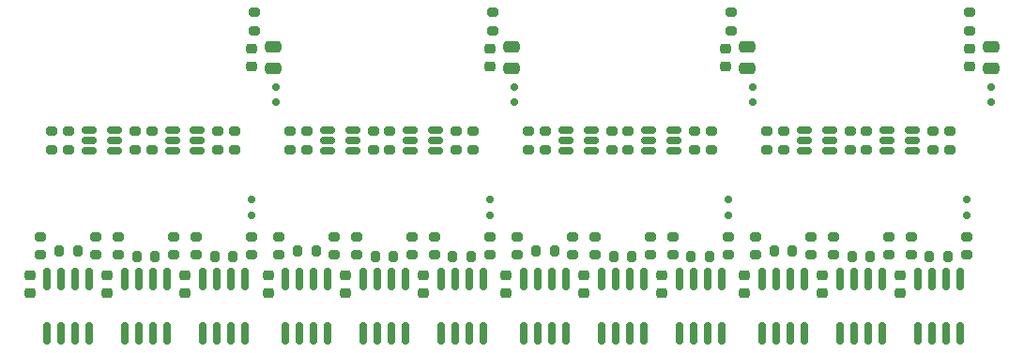
<source format=gtp>
G04 #@! TF.GenerationSoftware,KiCad,Pcbnew,8.0.5*
G04 #@! TF.CreationDate,2024-09-25T12:15:44+03:00*
G04 #@! TF.ProjectId,rioctrl-quadenc4,72696f63-7472-46c2-9d71-756164656e63,rev?*
G04 #@! TF.SameCoordinates,Original*
G04 #@! TF.FileFunction,Paste,Top*
G04 #@! TF.FilePolarity,Positive*
%FSLAX46Y46*%
G04 Gerber Fmt 4.6, Leading zero omitted, Abs format (unit mm)*
G04 Created by KiCad (PCBNEW 8.0.5) date 2024-09-25 12:15:44*
%MOMM*%
%LPD*%
G01*
G04 APERTURE LIST*
G04 Aperture macros list*
%AMRoundRect*
0 Rectangle with rounded corners*
0 $1 Rounding radius*
0 $2 $3 $4 $5 $6 $7 $8 $9 X,Y pos of 4 corners*
0 Add a 4 corners polygon primitive as box body*
4,1,4,$2,$3,$4,$5,$6,$7,$8,$9,$2,$3,0*
0 Add four circle primitives for the rounded corners*
1,1,$1+$1,$2,$3*
1,1,$1+$1,$4,$5*
1,1,$1+$1,$6,$7*
1,1,$1+$1,$8,$9*
0 Add four rect primitives between the rounded corners*
20,1,$1+$1,$2,$3,$4,$5,0*
20,1,$1+$1,$4,$5,$6,$7,0*
20,1,$1+$1,$6,$7,$8,$9,0*
20,1,$1+$1,$8,$9,$2,$3,0*%
G04 Aperture macros list end*
%ADD10RoundRect,0.225000X-0.250000X0.225000X-0.250000X-0.225000X0.250000X-0.225000X0.250000X0.225000X0*%
%ADD11RoundRect,0.200000X0.275000X-0.200000X0.275000X0.200000X-0.275000X0.200000X-0.275000X-0.200000X0*%
%ADD12RoundRect,0.200000X0.200000X0.275000X-0.200000X0.275000X-0.200000X-0.275000X0.200000X-0.275000X0*%
%ADD13RoundRect,0.150000X-0.512500X-0.150000X0.512500X-0.150000X0.512500X0.150000X-0.512500X0.150000X0*%
%ADD14RoundRect,0.200000X-0.275000X0.200000X-0.275000X-0.200000X0.275000X-0.200000X0.275000X0.200000X0*%
%ADD15RoundRect,0.200000X-0.200000X-0.275000X0.200000X-0.275000X0.200000X0.275000X-0.200000X0.275000X0*%
%ADD16RoundRect,0.150000X0.150000X-0.825000X0.150000X0.825000X-0.150000X0.825000X-0.150000X-0.825000X0*%
%ADD17RoundRect,0.250000X0.475000X-0.250000X0.475000X0.250000X-0.475000X0.250000X-0.475000X-0.250000X0*%
%ADD18RoundRect,0.150000X-0.200000X0.150000X-0.200000X-0.150000X0.200000X-0.150000X0.200000X0.150000X0*%
%ADD19RoundRect,0.218750X0.256250X-0.218750X0.256250X0.218750X-0.256250X0.218750X-0.256250X-0.218750X0*%
G04 APERTURE END LIST*
D10*
G04 #@! TO.C,C5*
X164500000Y-82225000D03*
X164500000Y-83775000D03*
G04 #@! TD*
G04 #@! TO.C,C13*
X121500000Y-82225000D03*
X121500000Y-83775000D03*
G04 #@! TD*
D11*
G04 #@! TO.C,R57*
X108500000Y-80325000D03*
X108500000Y-78675000D03*
G04 #@! TD*
D12*
G04 #@! TO.C,R18*
X161825000Y-80500000D03*
X160175000Y-80500000D03*
G04 #@! TD*
D13*
G04 #@! TO.C,U9*
X155862500Y-69050000D03*
X155862500Y-70000000D03*
X155862500Y-70950000D03*
X158137500Y-70950000D03*
X158137500Y-70000000D03*
X158137500Y-69050000D03*
G04 #@! TD*
D11*
G04 #@! TO.C,R12*
X183000000Y-70825000D03*
X183000000Y-69175000D03*
G04 #@! TD*
D14*
G04 #@! TO.C,R16*
X192250000Y-58425000D03*
X192250000Y-60075000D03*
G04 #@! TD*
D11*
G04 #@! TO.C,R25*
X151500000Y-80325000D03*
X151500000Y-78675000D03*
G04 #@! TD*
D12*
G04 #@! TO.C,R21*
X168825000Y-80500000D03*
X167175000Y-80500000D03*
G04 #@! TD*
D11*
G04 #@! TO.C,R26*
X154000000Y-70825000D03*
X154000000Y-69175000D03*
G04 #@! TD*
G04 #@! TO.C,R19*
X158500000Y-80325000D03*
X158500000Y-78675000D03*
G04 #@! TD*
D15*
G04 #@! TO.C,R56*
X110175000Y-80000000D03*
X111825000Y-80000000D03*
G04 #@! TD*
D10*
G04 #@! TO.C,C11*
X136000000Y-82225000D03*
X136000000Y-83775000D03*
G04 #@! TD*
G04 #@! TO.C,C14*
X107500000Y-82225000D03*
X107500000Y-83775000D03*
G04 #@! TD*
G04 #@! TO.C,C15*
X114500000Y-82225000D03*
X114500000Y-83775000D03*
G04 #@! TD*
D14*
G04 #@! TO.C,R55*
X113500000Y-78675000D03*
X113500000Y-80325000D03*
G04 #@! TD*
D11*
G04 #@! TO.C,R61*
X126000000Y-70825000D03*
X126000000Y-69175000D03*
G04 #@! TD*
D16*
G04 #@! TO.C,U2*
X187595000Y-87475000D03*
X188865000Y-87475000D03*
X190135000Y-87475000D03*
X191405000Y-87475000D03*
X191405000Y-82525000D03*
X190135000Y-82525000D03*
X188865000Y-82525000D03*
X187595000Y-82525000D03*
G04 #@! TD*
D11*
G04 #@! TO.C,R45*
X147500000Y-70825000D03*
X147500000Y-69175000D03*
G04 #@! TD*
G04 #@! TO.C,R31*
X160000000Y-70825000D03*
X160000000Y-69175000D03*
G04 #@! TD*
D17*
G04 #@! TO.C,C4*
X194250000Y-63450000D03*
X194250000Y-61550000D03*
G04 #@! TD*
D11*
G04 #@! TO.C,R38*
X144000000Y-80325000D03*
X144000000Y-78675000D03*
G04 #@! TD*
G04 #@! TO.C,R63*
X117000000Y-70825000D03*
X117000000Y-69175000D03*
G04 #@! TD*
D16*
G04 #@! TO.C,U7*
X166095000Y-87475000D03*
X167365000Y-87475000D03*
X168635000Y-87475000D03*
X169905000Y-87475000D03*
X169905000Y-82525000D03*
X168635000Y-82525000D03*
X167365000Y-82525000D03*
X166095000Y-82525000D03*
G04 #@! TD*
D18*
G04 #@! TO.C,D8*
X129700000Y-66550000D03*
X129700000Y-65150000D03*
G04 #@! TD*
D14*
G04 #@! TO.C,R52*
X127500000Y-78675000D03*
X127500000Y-80325000D03*
G04 #@! TD*
D16*
G04 #@! TO.C,U17*
X123095000Y-87475000D03*
X124365000Y-87475000D03*
X125635000Y-87475000D03*
X126905000Y-87475000D03*
X126905000Y-82525000D03*
X125635000Y-82525000D03*
X124365000Y-82525000D03*
X123095000Y-82525000D03*
G04 #@! TD*
D11*
G04 #@! TO.C,R15*
X181500000Y-70825000D03*
X181500000Y-69175000D03*
G04 #@! TD*
D14*
G04 #@! TO.C,R1*
X185000000Y-78675000D03*
X185000000Y-80325000D03*
G04 #@! TD*
D11*
G04 #@! TO.C,R30*
X167500000Y-70825000D03*
X167500000Y-69175000D03*
G04 #@! TD*
D18*
G04 #@! TO.C,D6*
X151200000Y-66550000D03*
X151200000Y-65150000D03*
G04 #@! TD*
G04 #@! TO.C,D5*
X149000000Y-76750000D03*
X149000000Y-75350000D03*
G04 #@! TD*
D11*
G04 #@! TO.C,R3*
X180000000Y-80325000D03*
X180000000Y-78675000D03*
G04 #@! TD*
D13*
G04 #@! TO.C,U10*
X163362500Y-69050000D03*
X163362500Y-70000000D03*
X163362500Y-70950000D03*
X165637500Y-70950000D03*
X165637500Y-70000000D03*
X165637500Y-69050000D03*
G04 #@! TD*
D18*
G04 #@! TO.C,D3*
X170500000Y-76750000D03*
X170500000Y-75350000D03*
G04 #@! TD*
D19*
G04 #@! TO.C,FB1*
X192250000Y-63287500D03*
X192250000Y-61712500D03*
G04 #@! TD*
D14*
G04 #@! TO.C,R48*
X149250000Y-58425000D03*
X149250000Y-60075000D03*
G04 #@! TD*
D10*
G04 #@! TO.C,C2*
X172000000Y-82225000D03*
X172000000Y-83775000D03*
G04 #@! TD*
D11*
G04 #@! TO.C,R47*
X138500000Y-70825000D03*
X138500000Y-69175000D03*
G04 #@! TD*
D15*
G04 #@! TO.C,R24*
X153175000Y-80000000D03*
X154825000Y-80000000D03*
G04 #@! TD*
D11*
G04 #@! TO.C,R60*
X118500000Y-70825000D03*
X118500000Y-69175000D03*
G04 #@! TD*
G04 #@! TO.C,R59*
X109500000Y-70825000D03*
X109500000Y-69175000D03*
G04 #@! TD*
G04 #@! TO.C,R29*
X169000000Y-70825000D03*
X169000000Y-69175000D03*
G04 #@! TD*
D16*
G04 #@! TO.C,U8*
X152095000Y-87475000D03*
X153365000Y-87475000D03*
X154635000Y-87475000D03*
X155905000Y-87475000D03*
X155905000Y-82525000D03*
X154635000Y-82525000D03*
X153365000Y-82525000D03*
X152095000Y-82525000D03*
G04 #@! TD*
D18*
G04 #@! TO.C,D4*
X172700000Y-66550000D03*
X172700000Y-65150000D03*
G04 #@! TD*
D11*
G04 #@! TO.C,R11*
X174000000Y-70825000D03*
X174000000Y-69175000D03*
G04 #@! TD*
D16*
G04 #@! TO.C,U18*
X109095000Y-87475000D03*
X110365000Y-87475000D03*
X111635000Y-87475000D03*
X112905000Y-87475000D03*
X112905000Y-82525000D03*
X111635000Y-82525000D03*
X110365000Y-82525000D03*
X109095000Y-82525000D03*
G04 #@! TD*
D12*
G04 #@! TO.C,R2*
X183325000Y-80500000D03*
X181675000Y-80500000D03*
G04 #@! TD*
G04 #@! TO.C,R53*
X125825000Y-80500000D03*
X124175000Y-80500000D03*
G04 #@! TD*
D15*
G04 #@! TO.C,R8*
X174675000Y-80000000D03*
X176325000Y-80000000D03*
G04 #@! TD*
D11*
G04 #@! TO.C,R14*
X189000000Y-70825000D03*
X189000000Y-69175000D03*
G04 #@! TD*
G04 #@! TO.C,R22*
X165500000Y-80325000D03*
X165500000Y-78675000D03*
G04 #@! TD*
G04 #@! TO.C,R10*
X175500000Y-70825000D03*
X175500000Y-69175000D03*
G04 #@! TD*
D16*
G04 #@! TO.C,U13*
X130595000Y-87475000D03*
X131865000Y-87475000D03*
X133135000Y-87475000D03*
X134405000Y-87475000D03*
X134405000Y-82525000D03*
X133135000Y-82525000D03*
X131865000Y-82525000D03*
X130595000Y-82525000D03*
G04 #@! TD*
D14*
G04 #@! TO.C,R7*
X178000000Y-78675000D03*
X178000000Y-80325000D03*
G04 #@! TD*
G04 #@! TO.C,R49*
X120500000Y-78675000D03*
X120500000Y-80325000D03*
G04 #@! TD*
G04 #@! TO.C,R33*
X142000000Y-78675000D03*
X142000000Y-80325000D03*
G04 #@! TD*
D17*
G04 #@! TO.C,C16*
X129500000Y-63450000D03*
X129500000Y-61550000D03*
G04 #@! TD*
D11*
G04 #@! TO.C,R58*
X111000000Y-70825000D03*
X111000000Y-69175000D03*
G04 #@! TD*
D12*
G04 #@! TO.C,R5*
X190325000Y-80500000D03*
X188675000Y-80500000D03*
G04 #@! TD*
D13*
G04 #@! TO.C,U14*
X134362500Y-69050000D03*
X134362500Y-70000000D03*
X134362500Y-70950000D03*
X136637500Y-70950000D03*
X136637500Y-70000000D03*
X136637500Y-69050000D03*
G04 #@! TD*
D10*
G04 #@! TO.C,C7*
X157500000Y-82225000D03*
X157500000Y-83775000D03*
G04 #@! TD*
D16*
G04 #@! TO.C,U12*
X144595000Y-87475000D03*
X145865000Y-87475000D03*
X147135000Y-87475000D03*
X148405000Y-87475000D03*
X148405000Y-82525000D03*
X147135000Y-82525000D03*
X145865000Y-82525000D03*
X144595000Y-82525000D03*
G04 #@! TD*
D14*
G04 #@! TO.C,R17*
X163500000Y-78675000D03*
X163500000Y-80325000D03*
G04 #@! TD*
D10*
G04 #@! TO.C,C9*
X143000000Y-82225000D03*
X143000000Y-83775000D03*
G04 #@! TD*
D19*
G04 #@! TO.C,FB2*
X170250000Y-63287500D03*
X170250000Y-61712500D03*
G04 #@! TD*
G04 #@! TO.C,FB3*
X149000000Y-63287500D03*
X149000000Y-61712500D03*
G04 #@! TD*
D18*
G04 #@! TO.C,D1*
X192000000Y-76750000D03*
X192000000Y-75350000D03*
G04 #@! TD*
D11*
G04 #@! TO.C,R54*
X122500000Y-80325000D03*
X122500000Y-78675000D03*
G04 #@! TD*
D18*
G04 #@! TO.C,D7*
X127500000Y-76750000D03*
X127500000Y-75350000D03*
G04 #@! TD*
D13*
G04 #@! TO.C,U4*
X177362500Y-69050000D03*
X177362500Y-70000000D03*
X177362500Y-70950000D03*
X179637500Y-70950000D03*
X179637500Y-70000000D03*
X179637500Y-69050000D03*
G04 #@! TD*
D11*
G04 #@! TO.C,R41*
X130000000Y-80325000D03*
X130000000Y-78675000D03*
G04 #@! TD*
D15*
G04 #@! TO.C,R40*
X131675000Y-80000000D03*
X133325000Y-80000000D03*
G04 #@! TD*
D11*
G04 #@! TO.C,R44*
X140000000Y-70825000D03*
X140000000Y-69175000D03*
G04 #@! TD*
G04 #@! TO.C,R9*
X173000000Y-80325000D03*
X173000000Y-78675000D03*
G04 #@! TD*
D12*
G04 #@! TO.C,R50*
X118825000Y-80500000D03*
X117175000Y-80500000D03*
G04 #@! TD*
D10*
G04 #@! TO.C,C10*
X129000000Y-82225000D03*
X129000000Y-83775000D03*
G04 #@! TD*
D14*
G04 #@! TO.C,R39*
X135000000Y-78675000D03*
X135000000Y-80325000D03*
G04 #@! TD*
D13*
G04 #@! TO.C,U5*
X184862500Y-69050000D03*
X184862500Y-70000000D03*
X184862500Y-70950000D03*
X187137500Y-70950000D03*
X187137500Y-70000000D03*
X187137500Y-69050000D03*
G04 #@! TD*
D11*
G04 #@! TO.C,R35*
X137000000Y-80325000D03*
X137000000Y-78675000D03*
G04 #@! TD*
G04 #@! TO.C,R42*
X132500000Y-70825000D03*
X132500000Y-69175000D03*
G04 #@! TD*
G04 #@! TO.C,R6*
X187000000Y-80325000D03*
X187000000Y-78675000D03*
G04 #@! TD*
D16*
G04 #@! TO.C,U16*
X116095000Y-87475000D03*
X117365000Y-87475000D03*
X118635000Y-87475000D03*
X119905000Y-87475000D03*
X119905000Y-82525000D03*
X118635000Y-82525000D03*
X117365000Y-82525000D03*
X116095000Y-82525000D03*
G04 #@! TD*
D11*
G04 #@! TO.C,R28*
X161500000Y-70825000D03*
X161500000Y-69175000D03*
G04 #@! TD*
D17*
G04 #@! TO.C,C12*
X151000000Y-63450000D03*
X151000000Y-61550000D03*
G04 #@! TD*
D11*
G04 #@! TO.C,R13*
X190500000Y-70825000D03*
X190500000Y-69175000D03*
G04 #@! TD*
G04 #@! TO.C,R62*
X124500000Y-70825000D03*
X124500000Y-69175000D03*
G04 #@! TD*
D14*
G04 #@! TO.C,R64*
X127750000Y-58425000D03*
X127750000Y-60075000D03*
G04 #@! TD*
D16*
G04 #@! TO.C,U11*
X137595000Y-87475000D03*
X138865000Y-87475000D03*
X140135000Y-87475000D03*
X141405000Y-87475000D03*
X141405000Y-82525000D03*
X140135000Y-82525000D03*
X138865000Y-82525000D03*
X137595000Y-82525000D03*
G04 #@! TD*
D10*
G04 #@! TO.C,C3*
X179000000Y-82225000D03*
X179000000Y-83775000D03*
G04 #@! TD*
D11*
G04 #@! TO.C,R46*
X146000000Y-70825000D03*
X146000000Y-69175000D03*
G04 #@! TD*
D13*
G04 #@! TO.C,U15*
X141862500Y-69050000D03*
X141862500Y-70000000D03*
X141862500Y-70950000D03*
X144137500Y-70950000D03*
X144137500Y-70000000D03*
X144137500Y-69050000D03*
G04 #@! TD*
D14*
G04 #@! TO.C,R4*
X192000000Y-78675000D03*
X192000000Y-80325000D03*
G04 #@! TD*
G04 #@! TO.C,R32*
X170750000Y-58425000D03*
X170750000Y-60075000D03*
G04 #@! TD*
D19*
G04 #@! TO.C,FB4*
X127500000Y-63287500D03*
X127500000Y-61712500D03*
G04 #@! TD*
D14*
G04 #@! TO.C,R23*
X156500000Y-78675000D03*
X156500000Y-80325000D03*
G04 #@! TD*
D18*
G04 #@! TO.C,D2*
X194200000Y-66550000D03*
X194200000Y-65150000D03*
G04 #@! TD*
D12*
G04 #@! TO.C,R34*
X140325000Y-80500000D03*
X138675000Y-80500000D03*
G04 #@! TD*
D17*
G04 #@! TO.C,C8*
X172250000Y-63450000D03*
X172250000Y-61550000D03*
G04 #@! TD*
D11*
G04 #@! TO.C,R27*
X152500000Y-70825000D03*
X152500000Y-69175000D03*
G04 #@! TD*
D10*
G04 #@! TO.C,C6*
X150500000Y-82225000D03*
X150500000Y-83775000D03*
G04 #@! TD*
D14*
G04 #@! TO.C,R36*
X149000000Y-78675000D03*
X149000000Y-80325000D03*
G04 #@! TD*
D12*
G04 #@! TO.C,R37*
X147325000Y-80500000D03*
X145675000Y-80500000D03*
G04 #@! TD*
D13*
G04 #@! TO.C,U19*
X112862500Y-69050000D03*
X112862500Y-70000000D03*
X112862500Y-70950000D03*
X115137500Y-70950000D03*
X115137500Y-70000000D03*
X115137500Y-69050000D03*
G04 #@! TD*
D10*
G04 #@! TO.C,C1*
X186000000Y-82225000D03*
X186000000Y-83775000D03*
G04 #@! TD*
D16*
G04 #@! TO.C,U1*
X180595000Y-87475000D03*
X181865000Y-87475000D03*
X183135000Y-87475000D03*
X184405000Y-87475000D03*
X184405000Y-82525000D03*
X183135000Y-82525000D03*
X181865000Y-82525000D03*
X180595000Y-82525000D03*
G04 #@! TD*
D11*
G04 #@! TO.C,R51*
X115500000Y-80325000D03*
X115500000Y-78675000D03*
G04 #@! TD*
G04 #@! TO.C,R43*
X131000000Y-70825000D03*
X131000000Y-69175000D03*
G04 #@! TD*
D13*
G04 #@! TO.C,U20*
X120362500Y-69050000D03*
X120362500Y-70000000D03*
X120362500Y-70950000D03*
X122637500Y-70950000D03*
X122637500Y-70000000D03*
X122637500Y-69050000D03*
G04 #@! TD*
D16*
G04 #@! TO.C,U6*
X159095000Y-87475000D03*
X160365000Y-87475000D03*
X161635000Y-87475000D03*
X162905000Y-87475000D03*
X162905000Y-82525000D03*
X161635000Y-82525000D03*
X160365000Y-82525000D03*
X159095000Y-82525000D03*
G04 #@! TD*
D14*
G04 #@! TO.C,R20*
X170500000Y-78675000D03*
X170500000Y-80325000D03*
G04 #@! TD*
D16*
G04 #@! TO.C,U3*
X173595000Y-87475000D03*
X174865000Y-87475000D03*
X176135000Y-87475000D03*
X177405000Y-87475000D03*
X177405000Y-82525000D03*
X176135000Y-82525000D03*
X174865000Y-82525000D03*
X173595000Y-82525000D03*
G04 #@! TD*
M02*

</source>
